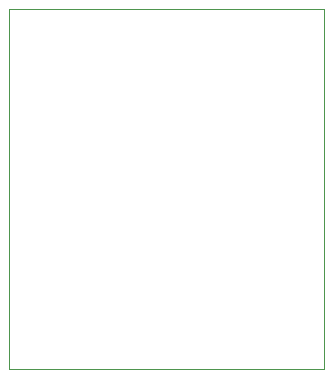
<source format=gbr>
G04 (created by PCBNEW (2013-jul-07)-stable) date Sat 18 Apr 2015 04:53:35 PM EDT*
%MOIN*%
G04 Gerber Fmt 3.4, Leading zero omitted, Abs format*
%FSLAX34Y34*%
G01*
G70*
G90*
G04 APERTURE LIST*
%ADD10C,0.00590551*%
%ADD11C,0.00393701*%
G04 APERTURE END LIST*
G54D10*
G54D11*
X23750Y-33500D02*
X23750Y-21500D01*
X34250Y-33500D02*
X23750Y-33500D01*
X34250Y-21500D02*
X34250Y-33500D01*
X23750Y-21500D02*
X34250Y-21500D01*
M02*

</source>
